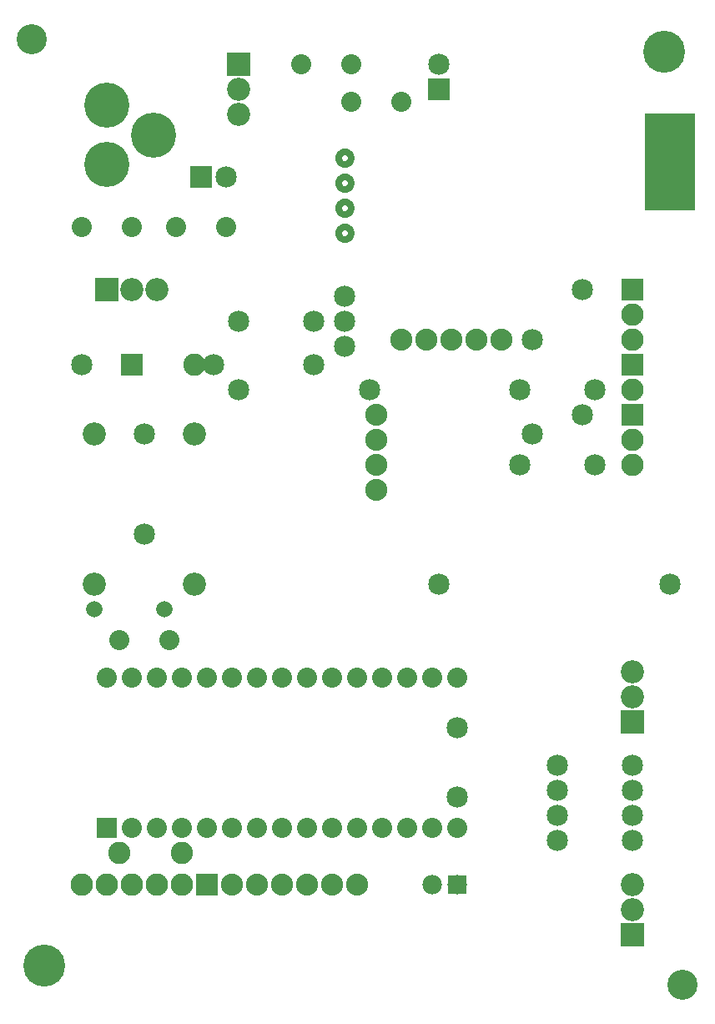
<source format=gbs>
G04 MADE WITH FRITZING*
G04 WWW.FRITZING.ORG*
G04 DOUBLE SIDED*
G04 HOLES PLATED*
G04 CONTOUR ON CENTER OF CONTOUR VECTOR*
%ASAXBY*%
%FSLAX23Y23*%
%MOIN*%
%OFA0B0*%
%SFA1.0B1.0*%
%ADD10C,0.088740*%
%ADD11C,0.085000*%
%ADD12C,0.080000*%
%ADD13C,0.120236*%
%ADD14C,0.167480*%
%ADD15C,0.180000*%
%ADD16C,0.088000*%
%ADD17C,0.065433*%
%ADD18C,0.092000*%
%ADD19C,0.089370*%
%ADD20C,0.077559*%
%ADD21R,0.085000X0.085000*%
%ADD22R,0.092000X0.092000*%
%ADD23R,0.201033X0.385324*%
%ADD24R,0.089370X0.089370*%
%ADD25R,0.077559X0.077559*%
%ADD26R,0.080000X0.079972*%
%ADD27R,0.001000X0.001000*%
%LNMASK0*%
G90*
G70*
G54D10*
X440Y595D03*
X690Y595D03*
G54D11*
X440Y595D03*
X690Y595D03*
G54D10*
X740Y2545D03*
G54D12*
X1365Y3745D03*
X1165Y3745D03*
X1565Y3595D03*
X1365Y3595D03*
X490Y3095D03*
X290Y3095D03*
X665Y3095D03*
X865Y3095D03*
X640Y1445D03*
X440Y1445D03*
G54D11*
X490Y2545D03*
X290Y2545D03*
X1715Y3645D03*
X1715Y3745D03*
X765Y3295D03*
X865Y3295D03*
X1790Y820D03*
X1790Y1095D03*
X815Y2545D03*
X1215Y2545D03*
X1715Y1670D03*
X2640Y1670D03*
X915Y2445D03*
X1440Y2445D03*
X2290Y2845D03*
X2290Y2345D03*
X2090Y2645D03*
X2090Y2270D03*
G54D13*
X90Y3845D03*
X2690Y70D03*
G54D14*
X140Y145D03*
X2615Y3795D03*
G54D15*
X390Y3345D03*
X390Y3581D03*
X575Y3463D03*
X390Y3345D03*
X390Y3581D03*
X575Y3463D03*
X390Y3345D03*
X390Y3581D03*
X575Y3463D03*
G54D16*
X1390Y470D03*
X1090Y470D03*
X1290Y470D03*
X990Y470D03*
X1190Y470D03*
X890Y470D03*
X1565Y2645D03*
X1665Y2645D03*
X1765Y2645D03*
X1965Y2645D03*
X1865Y2645D03*
X1465Y2145D03*
X1465Y2045D03*
X1465Y2345D03*
X1465Y2245D03*
G54D17*
X340Y1570D03*
X620Y1570D03*
G54D18*
X740Y2270D03*
X740Y1670D03*
G54D11*
X540Y1870D03*
X540Y2270D03*
G54D18*
X340Y2270D03*
X340Y1670D03*
X390Y2845D03*
X490Y2845D03*
X590Y2845D03*
X915Y3745D03*
X915Y3645D03*
X915Y3545D03*
G54D11*
X1340Y2820D03*
X1340Y2720D03*
X1340Y2620D03*
G54D18*
X2490Y270D03*
X2490Y370D03*
X2490Y470D03*
X2490Y1120D03*
X2490Y1220D03*
X2490Y1320D03*
G54D11*
X2490Y945D03*
X2190Y945D03*
X2490Y645D03*
X2190Y645D03*
X2490Y745D03*
X2190Y745D03*
X2490Y845D03*
X2190Y845D03*
X915Y2720D03*
X1215Y2720D03*
X2040Y2145D03*
X2340Y2145D03*
X2340Y2445D03*
X2040Y2445D03*
G54D19*
X790Y470D03*
X690Y470D03*
X590Y470D03*
X490Y470D03*
X390Y470D03*
X290Y470D03*
X2490Y2545D03*
X2490Y2445D03*
X2490Y2845D03*
X2490Y2745D03*
X2490Y2645D03*
G54D20*
X1790Y470D03*
X1690Y470D03*
G54D19*
X2490Y2345D03*
X2490Y2245D03*
X2490Y2145D03*
G54D12*
X390Y695D03*
X490Y695D03*
X590Y695D03*
X690Y695D03*
X790Y695D03*
X890Y695D03*
X990Y695D03*
X1090Y695D03*
X1190Y695D03*
X1290Y695D03*
X1390Y695D03*
X1490Y695D03*
X1590Y695D03*
X1690Y695D03*
X1790Y695D03*
X390Y1295D03*
X490Y1295D03*
X590Y1295D03*
X690Y1295D03*
X790Y1295D03*
X890Y1295D03*
X990Y1295D03*
X1090Y1295D03*
X1190Y1295D03*
X1290Y1295D03*
X1390Y1295D03*
X1490Y1295D03*
X1590Y1295D03*
X1690Y1295D03*
X1790Y1295D03*
G54D21*
X490Y2545D03*
X1715Y3645D03*
X765Y3295D03*
G54D22*
X390Y2845D03*
X915Y3745D03*
G54D23*
X2640Y3356D03*
G54D22*
X2490Y270D03*
X2490Y1120D03*
G54D24*
X790Y470D03*
X2490Y2545D03*
X2490Y2845D03*
G54D25*
X1790Y470D03*
G54D24*
X2490Y2345D03*
G54D26*
X390Y695D03*
G54D27*
X1333Y3408D02*
X1347Y3408D01*
X1329Y3407D02*
X1351Y3407D01*
X1327Y3406D02*
X1353Y3406D01*
X1324Y3405D02*
X1356Y3405D01*
X1322Y3404D02*
X1358Y3404D01*
X1321Y3403D02*
X1359Y3403D01*
X1319Y3402D02*
X1361Y3402D01*
X1318Y3401D02*
X1362Y3401D01*
X1316Y3400D02*
X1364Y3400D01*
X1315Y3399D02*
X1365Y3399D01*
X1314Y3398D02*
X1366Y3398D01*
X1313Y3397D02*
X1367Y3397D01*
X1312Y3396D02*
X1368Y3396D01*
X1311Y3395D02*
X1369Y3395D01*
X1310Y3394D02*
X1370Y3394D01*
X1310Y3393D02*
X1370Y3393D01*
X1309Y3392D02*
X1371Y3392D01*
X1308Y3391D02*
X1372Y3391D01*
X1308Y3390D02*
X1372Y3390D01*
X1307Y3389D02*
X1373Y3389D01*
X1307Y3388D02*
X1373Y3388D01*
X1306Y3387D02*
X1374Y3387D01*
X1306Y3386D02*
X1374Y3386D01*
X1305Y3385D02*
X1375Y3385D01*
X1305Y3384D02*
X1375Y3384D01*
X1305Y3383D02*
X1376Y3383D01*
X1304Y3382D02*
X1338Y3382D01*
X1342Y3382D02*
X1376Y3382D01*
X1304Y3381D02*
X1334Y3381D01*
X1346Y3381D02*
X1376Y3381D01*
X1304Y3380D02*
X1333Y3380D01*
X1347Y3380D02*
X1376Y3380D01*
X1303Y3379D02*
X1332Y3379D01*
X1348Y3379D02*
X1377Y3379D01*
X1303Y3378D02*
X1331Y3378D01*
X1349Y3378D02*
X1377Y3378D01*
X1303Y3377D02*
X1330Y3377D01*
X1350Y3377D02*
X1377Y3377D01*
X1303Y3376D02*
X1329Y3376D01*
X1351Y3376D02*
X1377Y3376D01*
X1303Y3375D02*
X1329Y3375D01*
X1351Y3375D02*
X1377Y3375D01*
X1302Y3374D02*
X1328Y3374D01*
X1352Y3374D02*
X1378Y3374D01*
X1302Y3373D02*
X1328Y3373D01*
X1352Y3373D02*
X1378Y3373D01*
X1302Y3372D02*
X1328Y3372D01*
X1352Y3372D02*
X1378Y3372D01*
X1302Y3371D02*
X1328Y3371D01*
X1352Y3371D02*
X1378Y3371D01*
X1302Y3370D02*
X1328Y3370D01*
X1352Y3370D02*
X1378Y3370D01*
X1302Y3369D02*
X1328Y3369D01*
X1352Y3369D02*
X1378Y3369D01*
X1302Y3368D02*
X1328Y3368D01*
X1352Y3368D02*
X1378Y3368D01*
X1302Y3367D02*
X1328Y3367D01*
X1352Y3367D02*
X1378Y3367D01*
X1303Y3366D02*
X1329Y3366D01*
X1351Y3366D02*
X1377Y3366D01*
X1303Y3365D02*
X1329Y3365D01*
X1351Y3365D02*
X1377Y3365D01*
X1303Y3364D02*
X1330Y3364D01*
X1350Y3364D02*
X1377Y3364D01*
X1303Y3363D02*
X1331Y3363D01*
X1349Y3363D02*
X1377Y3363D01*
X1303Y3362D02*
X1332Y3362D01*
X1348Y3362D02*
X1377Y3362D01*
X1304Y3361D02*
X1333Y3361D01*
X1347Y3361D02*
X1376Y3361D01*
X1304Y3360D02*
X1334Y3360D01*
X1346Y3360D02*
X1376Y3360D01*
X1304Y3359D02*
X1338Y3359D01*
X1342Y3359D02*
X1376Y3359D01*
X1305Y3358D02*
X1376Y3358D01*
X1305Y3357D02*
X1375Y3357D01*
X1305Y3356D02*
X1375Y3356D01*
X1306Y3355D02*
X1374Y3355D01*
X1306Y3354D02*
X1374Y3354D01*
X1307Y3353D02*
X1373Y3353D01*
X1307Y3352D02*
X1373Y3352D01*
X1308Y3351D02*
X1372Y3351D01*
X1308Y3350D02*
X1372Y3350D01*
X1309Y3349D02*
X1371Y3349D01*
X1310Y3348D02*
X1370Y3348D01*
X1310Y3347D02*
X1370Y3347D01*
X1311Y3346D02*
X1369Y3346D01*
X1312Y3345D02*
X1368Y3345D01*
X1313Y3344D02*
X1367Y3344D01*
X1314Y3343D02*
X1366Y3343D01*
X1315Y3342D02*
X1365Y3342D01*
X1316Y3341D02*
X1364Y3341D01*
X1318Y3340D02*
X1362Y3340D01*
X1319Y3339D02*
X1361Y3339D01*
X1321Y3338D02*
X1359Y3338D01*
X1322Y3337D02*
X1358Y3337D01*
X1324Y3336D02*
X1356Y3336D01*
X1327Y3335D02*
X1353Y3335D01*
X1329Y3334D02*
X1351Y3334D01*
X1333Y3333D02*
X1347Y3333D01*
X1333Y3308D02*
X1347Y3308D01*
X1329Y3307D02*
X1351Y3307D01*
X1327Y3306D02*
X1353Y3306D01*
X1324Y3305D02*
X1356Y3305D01*
X1322Y3304D02*
X1358Y3304D01*
X1321Y3303D02*
X1359Y3303D01*
X1319Y3302D02*
X1361Y3302D01*
X1318Y3301D02*
X1362Y3301D01*
X1316Y3300D02*
X1364Y3300D01*
X1315Y3299D02*
X1365Y3299D01*
X1314Y3298D02*
X1366Y3298D01*
X1313Y3297D02*
X1367Y3297D01*
X1312Y3296D02*
X1368Y3296D01*
X1311Y3295D02*
X1369Y3295D01*
X1310Y3294D02*
X1370Y3294D01*
X1310Y3293D02*
X1370Y3293D01*
X1309Y3292D02*
X1371Y3292D01*
X1308Y3291D02*
X1372Y3291D01*
X1308Y3290D02*
X1372Y3290D01*
X1307Y3289D02*
X1373Y3289D01*
X1307Y3288D02*
X1373Y3288D01*
X1306Y3287D02*
X1374Y3287D01*
X1306Y3286D02*
X1374Y3286D01*
X1305Y3285D02*
X1375Y3285D01*
X1305Y3284D02*
X1375Y3284D01*
X1305Y3283D02*
X1376Y3283D01*
X1304Y3282D02*
X1338Y3282D01*
X1342Y3282D02*
X1376Y3282D01*
X1304Y3281D02*
X1334Y3281D01*
X1346Y3281D02*
X1376Y3281D01*
X1304Y3280D02*
X1333Y3280D01*
X1347Y3280D02*
X1376Y3280D01*
X1303Y3279D02*
X1332Y3279D01*
X1348Y3279D02*
X1377Y3279D01*
X1303Y3278D02*
X1331Y3278D01*
X1349Y3278D02*
X1377Y3278D01*
X1303Y3277D02*
X1330Y3277D01*
X1350Y3277D02*
X1377Y3277D01*
X1303Y3276D02*
X1329Y3276D01*
X1351Y3276D02*
X1377Y3276D01*
X1303Y3275D02*
X1329Y3275D01*
X1351Y3275D02*
X1377Y3275D01*
X1302Y3274D02*
X1328Y3274D01*
X1352Y3274D02*
X1378Y3274D01*
X1302Y3273D02*
X1328Y3273D01*
X1352Y3273D02*
X1378Y3273D01*
X1302Y3272D02*
X1328Y3272D01*
X1352Y3272D02*
X1378Y3272D01*
X1302Y3271D02*
X1328Y3271D01*
X1352Y3271D02*
X1378Y3271D01*
X1302Y3270D02*
X1328Y3270D01*
X1352Y3270D02*
X1378Y3270D01*
X1302Y3269D02*
X1328Y3269D01*
X1352Y3269D02*
X1378Y3269D01*
X1302Y3268D02*
X1328Y3268D01*
X1352Y3268D02*
X1378Y3268D01*
X1302Y3267D02*
X1328Y3267D01*
X1352Y3267D02*
X1378Y3267D01*
X1303Y3266D02*
X1329Y3266D01*
X1351Y3266D02*
X1377Y3266D01*
X1303Y3265D02*
X1329Y3265D01*
X1351Y3265D02*
X1377Y3265D01*
X1303Y3264D02*
X1330Y3264D01*
X1350Y3264D02*
X1377Y3264D01*
X1303Y3263D02*
X1331Y3263D01*
X1349Y3263D02*
X1377Y3263D01*
X1303Y3262D02*
X1332Y3262D01*
X1348Y3262D02*
X1377Y3262D01*
X1304Y3261D02*
X1333Y3261D01*
X1347Y3261D02*
X1376Y3261D01*
X1304Y3260D02*
X1334Y3260D01*
X1346Y3260D02*
X1376Y3260D01*
X1304Y3259D02*
X1338Y3259D01*
X1342Y3259D02*
X1376Y3259D01*
X1305Y3258D02*
X1376Y3258D01*
X1305Y3257D02*
X1375Y3257D01*
X1305Y3256D02*
X1375Y3256D01*
X1306Y3255D02*
X1374Y3255D01*
X1306Y3254D02*
X1374Y3254D01*
X1307Y3253D02*
X1373Y3253D01*
X1307Y3252D02*
X1373Y3252D01*
X1308Y3251D02*
X1372Y3251D01*
X1308Y3250D02*
X1372Y3250D01*
X1309Y3249D02*
X1371Y3249D01*
X1310Y3248D02*
X1370Y3248D01*
X1310Y3247D02*
X1370Y3247D01*
X1311Y3246D02*
X1369Y3246D01*
X1312Y3245D02*
X1368Y3245D01*
X1313Y3244D02*
X1367Y3244D01*
X1314Y3243D02*
X1366Y3243D01*
X1315Y3242D02*
X1365Y3242D01*
X1316Y3241D02*
X1364Y3241D01*
X1318Y3240D02*
X1362Y3240D01*
X1319Y3239D02*
X1361Y3239D01*
X1321Y3238D02*
X1360Y3238D01*
X1322Y3237D02*
X1358Y3237D01*
X1324Y3236D02*
X1356Y3236D01*
X1327Y3235D02*
X1353Y3235D01*
X1329Y3234D02*
X1351Y3234D01*
X1333Y3233D02*
X1347Y3233D01*
X1333Y3208D02*
X1347Y3208D01*
X1329Y3207D02*
X1351Y3207D01*
X1327Y3206D02*
X1353Y3206D01*
X1324Y3205D02*
X1356Y3205D01*
X1322Y3204D02*
X1358Y3204D01*
X1321Y3203D02*
X1359Y3203D01*
X1319Y3202D02*
X1361Y3202D01*
X1318Y3201D02*
X1362Y3201D01*
X1316Y3200D02*
X1364Y3200D01*
X1315Y3199D02*
X1365Y3199D01*
X1314Y3198D02*
X1366Y3198D01*
X1313Y3197D02*
X1367Y3197D01*
X1312Y3196D02*
X1368Y3196D01*
X1311Y3195D02*
X1369Y3195D01*
X1310Y3194D02*
X1370Y3194D01*
X1310Y3193D02*
X1370Y3193D01*
X1309Y3192D02*
X1371Y3192D01*
X1308Y3191D02*
X1372Y3191D01*
X1308Y3190D02*
X1372Y3190D01*
X1307Y3189D02*
X1373Y3189D01*
X1307Y3188D02*
X1373Y3188D01*
X1306Y3187D02*
X1374Y3187D01*
X1306Y3186D02*
X1374Y3186D01*
X1305Y3185D02*
X1375Y3185D01*
X1305Y3184D02*
X1375Y3184D01*
X1305Y3183D02*
X1376Y3183D01*
X1304Y3182D02*
X1339Y3182D01*
X1341Y3182D02*
X1376Y3182D01*
X1304Y3181D02*
X1335Y3181D01*
X1346Y3181D02*
X1376Y3181D01*
X1304Y3180D02*
X1333Y3180D01*
X1347Y3180D02*
X1376Y3180D01*
X1303Y3179D02*
X1332Y3179D01*
X1348Y3179D02*
X1377Y3179D01*
X1303Y3178D02*
X1331Y3178D01*
X1349Y3178D02*
X1377Y3178D01*
X1303Y3177D02*
X1330Y3177D01*
X1350Y3177D02*
X1377Y3177D01*
X1303Y3176D02*
X1329Y3176D01*
X1351Y3176D02*
X1377Y3176D01*
X1303Y3175D02*
X1329Y3175D01*
X1351Y3175D02*
X1377Y3175D01*
X1302Y3174D02*
X1328Y3174D01*
X1352Y3174D02*
X1378Y3174D01*
X1302Y3173D02*
X1328Y3173D01*
X1352Y3173D02*
X1378Y3173D01*
X1302Y3172D02*
X1328Y3172D01*
X1352Y3172D02*
X1378Y3172D01*
X1302Y3171D02*
X1328Y3171D01*
X1352Y3171D02*
X1378Y3171D01*
X1302Y3170D02*
X1328Y3170D01*
X1352Y3170D02*
X1378Y3170D01*
X1302Y3169D02*
X1328Y3169D01*
X1352Y3169D02*
X1378Y3169D01*
X1302Y3168D02*
X1328Y3168D01*
X1352Y3168D02*
X1378Y3168D01*
X1302Y3167D02*
X1328Y3167D01*
X1352Y3167D02*
X1378Y3167D01*
X1303Y3166D02*
X1329Y3166D01*
X1351Y3166D02*
X1377Y3166D01*
X1303Y3165D02*
X1329Y3165D01*
X1351Y3165D02*
X1377Y3165D01*
X1303Y3164D02*
X1330Y3164D01*
X1350Y3164D02*
X1377Y3164D01*
X1303Y3163D02*
X1331Y3163D01*
X1349Y3163D02*
X1377Y3163D01*
X1303Y3162D02*
X1332Y3162D01*
X1348Y3162D02*
X1377Y3162D01*
X1304Y3161D02*
X1333Y3161D01*
X1347Y3161D02*
X1376Y3161D01*
X1304Y3160D02*
X1334Y3160D01*
X1346Y3160D02*
X1376Y3160D01*
X1304Y3159D02*
X1338Y3159D01*
X1342Y3159D02*
X1376Y3159D01*
X1305Y3158D02*
X1376Y3158D01*
X1305Y3157D02*
X1375Y3157D01*
X1305Y3156D02*
X1375Y3156D01*
X1306Y3155D02*
X1374Y3155D01*
X1306Y3154D02*
X1374Y3154D01*
X1307Y3153D02*
X1373Y3153D01*
X1307Y3152D02*
X1373Y3152D01*
X1308Y3151D02*
X1372Y3151D01*
X1308Y3150D02*
X1372Y3150D01*
X1309Y3149D02*
X1371Y3149D01*
X1310Y3148D02*
X1370Y3148D01*
X1310Y3147D02*
X1370Y3147D01*
X1311Y3146D02*
X1369Y3146D01*
X1312Y3145D02*
X1368Y3145D01*
X1313Y3144D02*
X1367Y3144D01*
X1314Y3143D02*
X1366Y3143D01*
X1315Y3142D02*
X1365Y3142D01*
X1316Y3141D02*
X1364Y3141D01*
X1318Y3140D02*
X1363Y3140D01*
X1319Y3139D02*
X1361Y3139D01*
X1321Y3138D02*
X1360Y3138D01*
X1322Y3137D02*
X1358Y3137D01*
X1324Y3136D02*
X1356Y3136D01*
X1327Y3135D02*
X1354Y3135D01*
X1329Y3134D02*
X1351Y3134D01*
X1333Y3133D02*
X1347Y3133D01*
X1333Y3108D02*
X1347Y3108D01*
X1329Y3107D02*
X1351Y3107D01*
X1327Y3106D02*
X1353Y3106D01*
X1324Y3105D02*
X1356Y3105D01*
X1322Y3104D02*
X1358Y3104D01*
X1321Y3103D02*
X1359Y3103D01*
X1319Y3102D02*
X1361Y3102D01*
X1318Y3101D02*
X1362Y3101D01*
X1316Y3100D02*
X1364Y3100D01*
X1315Y3099D02*
X1365Y3099D01*
X1314Y3098D02*
X1366Y3098D01*
X1313Y3097D02*
X1367Y3097D01*
X1312Y3096D02*
X1368Y3096D01*
X1311Y3095D02*
X1369Y3095D01*
X1310Y3094D02*
X1370Y3094D01*
X1310Y3093D02*
X1370Y3093D01*
X1309Y3092D02*
X1371Y3092D01*
X1308Y3091D02*
X1372Y3091D01*
X1308Y3090D02*
X1372Y3090D01*
X1307Y3089D02*
X1373Y3089D01*
X1307Y3088D02*
X1373Y3088D01*
X1306Y3087D02*
X1374Y3087D01*
X1306Y3086D02*
X1374Y3086D01*
X1305Y3085D02*
X1375Y3085D01*
X1305Y3084D02*
X1375Y3084D01*
X1305Y3083D02*
X1376Y3083D01*
X1304Y3082D02*
X1338Y3082D01*
X1342Y3082D02*
X1376Y3082D01*
X1304Y3081D02*
X1334Y3081D01*
X1346Y3081D02*
X1376Y3081D01*
X1304Y3080D02*
X1333Y3080D01*
X1347Y3080D02*
X1376Y3080D01*
X1303Y3079D02*
X1332Y3079D01*
X1348Y3079D02*
X1377Y3079D01*
X1303Y3078D02*
X1331Y3078D01*
X1349Y3078D02*
X1377Y3078D01*
X1303Y3077D02*
X1330Y3077D01*
X1350Y3077D02*
X1377Y3077D01*
X1303Y3076D02*
X1329Y3076D01*
X1351Y3076D02*
X1377Y3076D01*
X1303Y3075D02*
X1329Y3075D01*
X1351Y3075D02*
X1377Y3075D01*
X1302Y3074D02*
X1328Y3074D01*
X1352Y3074D02*
X1378Y3074D01*
X1302Y3073D02*
X1328Y3073D01*
X1352Y3073D02*
X1378Y3073D01*
X1302Y3072D02*
X1328Y3072D01*
X1352Y3072D02*
X1378Y3072D01*
X1302Y3071D02*
X1328Y3071D01*
X1352Y3071D02*
X1378Y3071D01*
X1302Y3070D02*
X1328Y3070D01*
X1352Y3070D02*
X1378Y3070D01*
X1302Y3069D02*
X1328Y3069D01*
X1352Y3069D02*
X1378Y3069D01*
X1302Y3068D02*
X1328Y3068D01*
X1352Y3068D02*
X1378Y3068D01*
X1302Y3067D02*
X1328Y3067D01*
X1352Y3067D02*
X1378Y3067D01*
X1303Y3066D02*
X1329Y3066D01*
X1351Y3066D02*
X1377Y3066D01*
X1303Y3065D02*
X1329Y3065D01*
X1351Y3065D02*
X1377Y3065D01*
X1303Y3064D02*
X1330Y3064D01*
X1350Y3064D02*
X1377Y3064D01*
X1303Y3063D02*
X1331Y3063D01*
X1349Y3063D02*
X1377Y3063D01*
X1303Y3062D02*
X1332Y3062D01*
X1348Y3062D02*
X1377Y3062D01*
X1304Y3061D02*
X1333Y3061D01*
X1347Y3061D02*
X1376Y3061D01*
X1304Y3060D02*
X1334Y3060D01*
X1346Y3060D02*
X1376Y3060D01*
X1304Y3059D02*
X1338Y3059D01*
X1342Y3059D02*
X1376Y3059D01*
X1305Y3058D02*
X1376Y3058D01*
X1305Y3057D02*
X1375Y3057D01*
X1305Y3056D02*
X1375Y3056D01*
X1306Y3055D02*
X1374Y3055D01*
X1306Y3054D02*
X1374Y3054D01*
X1307Y3053D02*
X1373Y3053D01*
X1307Y3052D02*
X1373Y3052D01*
X1308Y3051D02*
X1372Y3051D01*
X1308Y3050D02*
X1372Y3050D01*
X1309Y3049D02*
X1371Y3049D01*
X1310Y3048D02*
X1370Y3048D01*
X1310Y3047D02*
X1370Y3047D01*
X1311Y3046D02*
X1369Y3046D01*
X1312Y3045D02*
X1368Y3045D01*
X1313Y3044D02*
X1367Y3044D01*
X1314Y3043D02*
X1366Y3043D01*
X1315Y3042D02*
X1365Y3042D01*
X1316Y3041D02*
X1364Y3041D01*
X1318Y3040D02*
X1362Y3040D01*
X1319Y3039D02*
X1361Y3039D01*
X1321Y3038D02*
X1360Y3038D01*
X1322Y3037D02*
X1358Y3037D01*
X1324Y3036D02*
X1356Y3036D01*
X1327Y3035D02*
X1353Y3035D01*
X1329Y3034D02*
X1351Y3034D01*
X1333Y3033D02*
X1347Y3033D01*
D02*
G04 End of Mask0*
M02*
</source>
